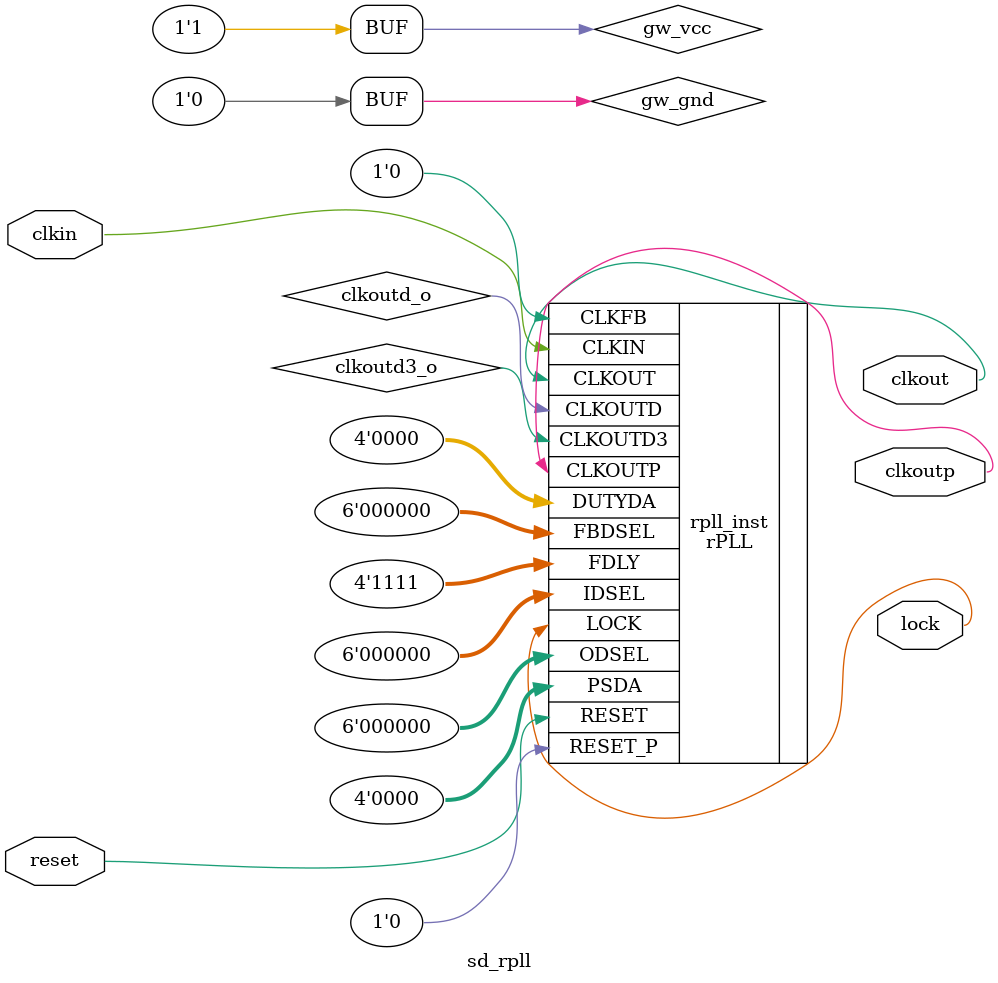
<source format=v>

module sd_rpll (clkout, lock, clkoutp, reset, clkin);

output clkout;
output lock;
output clkoutp;
input reset;
input clkin;

wire clkoutd_o;
wire clkoutd3_o;
wire gw_vcc;
wire gw_gnd;

assign gw_vcc = 1'b1;
assign gw_gnd = 1'b0;

rPLL rpll_inst (
    .CLKOUT(clkout),
    .LOCK(lock),
    .CLKOUTP(clkoutp),
    .CLKOUTD(clkoutd_o),
    .CLKOUTD3(clkoutd3_o),
    .RESET(reset),
    .RESET_P(gw_gnd),
    .CLKIN(clkin),
    .CLKFB(gw_gnd),
    .FBDSEL({gw_gnd,gw_gnd,gw_gnd,gw_gnd,gw_gnd,gw_gnd}),
    .IDSEL({gw_gnd,gw_gnd,gw_gnd,gw_gnd,gw_gnd,gw_gnd}),
    .ODSEL({gw_gnd,gw_gnd,gw_gnd,gw_gnd,gw_gnd,gw_gnd}),
    .PSDA({gw_gnd,gw_gnd,gw_gnd,gw_gnd}),
    .DUTYDA({gw_gnd,gw_gnd,gw_gnd,gw_gnd}),
    .FDLY({gw_vcc,gw_vcc,gw_vcc,gw_vcc})
);

defparam rpll_inst.FCLKIN = "50";
defparam rpll_inst.DYN_IDIV_SEL = "false";
defparam rpll_inst.IDIV_SEL = 0;
defparam rpll_inst.DYN_FBDIV_SEL = "false";
defparam rpll_inst.FBDIV_SEL = 0;
defparam rpll_inst.DYN_ODIV_SEL = "false";
defparam rpll_inst.ODIV_SEL = 16;
defparam rpll_inst.PSDA_SEL = "1000";
defparam rpll_inst.DYN_DA_EN = "false";
defparam rpll_inst.DUTYDA_SEL = "1000";
defparam rpll_inst.CLKOUT_FT_DIR = 1'b1;
defparam rpll_inst.CLKOUTP_FT_DIR = 1'b1;
defparam rpll_inst.CLKOUT_DLY_STEP = 0;
defparam rpll_inst.CLKOUTP_DLY_STEP = 0;
defparam rpll_inst.CLKFB_SEL = "internal";
defparam rpll_inst.CLKOUT_BYPASS = "false";
defparam rpll_inst.CLKOUTP_BYPASS = "false";
defparam rpll_inst.CLKOUTD_BYPASS = "false";
defparam rpll_inst.DYN_SDIV_SEL = 2;
defparam rpll_inst.CLKOUTD_SRC = "CLKOUT";
defparam rpll_inst.CLKOUTD3_SRC = "CLKOUT";
defparam rpll_inst.DEVICE = "GW2A-18C";

endmodule //sd_rpll

</source>
